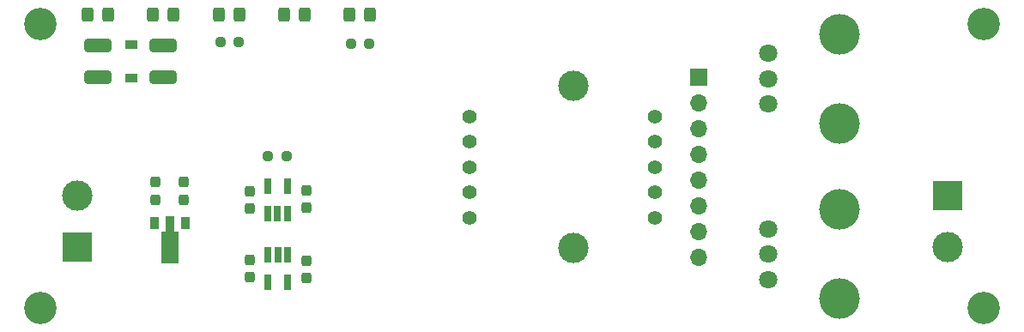
<source format=gts>
G04 #@! TF.GenerationSoftware,KiCad,Pcbnew,(6.0.10)*
G04 #@! TF.CreationDate,2022-12-26T18:22:21+01:00*
G04 #@! TF.ProjectId,HeaterPSU,48656174-6572-4505-9355-2e6b69636164,rev?*
G04 #@! TF.SameCoordinates,Original*
G04 #@! TF.FileFunction,Soldermask,Top*
G04 #@! TF.FilePolarity,Negative*
%FSLAX46Y46*%
G04 Gerber Fmt 4.6, Leading zero omitted, Abs format (unit mm)*
G04 Created by KiCad (PCBNEW (6.0.10)) date 2022-12-26 18:22:21*
%MOMM*%
%LPD*%
G01*
G04 APERTURE LIST*
G04 Aperture macros list*
%AMRoundRect*
0 Rectangle with rounded corners*
0 $1 Rounding radius*
0 $2 $3 $4 $5 $6 $7 $8 $9 X,Y pos of 4 corners*
0 Add a 4 corners polygon primitive as box body*
4,1,4,$2,$3,$4,$5,$6,$7,$8,$9,$2,$3,0*
0 Add four circle primitives for the rounded corners*
1,1,$1+$1,$2,$3*
1,1,$1+$1,$4,$5*
1,1,$1+$1,$6,$7*
1,1,$1+$1,$8,$9*
0 Add four rect primitives between the rounded corners*
20,1,$1+$1,$2,$3,$4,$5,0*
20,1,$1+$1,$4,$5,$6,$7,0*
20,1,$1+$1,$6,$7,$8,$9,0*
20,1,$1+$1,$8,$9,$2,$3,0*%
%AMFreePoly0*
4,1,9,3.862500,-0.866500,0.737500,-0.866500,0.737500,-0.450000,-0.737500,-0.450000,-0.737500,0.450000,0.737500,0.450000,0.737500,0.866500,3.862500,0.866500,3.862500,-0.866500,3.862500,-0.866500,$1*%
G04 Aperture macros list end*
%ADD10RoundRect,0.237500X-0.250000X-0.237500X0.250000X-0.237500X0.250000X0.237500X-0.250000X0.237500X0*%
%ADD11RoundRect,0.250000X0.325000X0.450000X-0.325000X0.450000X-0.325000X-0.450000X0.325000X-0.450000X0*%
%ADD12RoundRect,0.237500X0.237500X-0.300000X0.237500X0.300000X-0.237500X0.300000X-0.237500X-0.300000X0*%
%ADD13RoundRect,0.237500X-0.237500X0.300000X-0.237500X-0.300000X0.237500X-0.300000X0.237500X0.300000X0*%
%ADD14RoundRect,0.237500X0.250000X0.237500X-0.250000X0.237500X-0.250000X-0.237500X0.250000X-0.237500X0*%
%ADD15C,3.200000*%
%ADD16C,4.000000*%
%ADD17C,1.800000*%
%ADD18R,1.700000X1.700000*%
%ADD19O,1.700000X1.700000*%
%ADD20RoundRect,0.250000X-1.075000X0.400000X-1.075000X-0.400000X1.075000X-0.400000X1.075000X0.400000X0*%
%ADD21R,0.650000X1.560000*%
%ADD22C,1.400000*%
%ADD23C,3.000000*%
%ADD24R,0.900000X1.300000*%
%ADD25FreePoly0,270.000000*%
%ADD26R,1.200000X0.900000*%
%ADD27R,3.000000X3.000000*%
%ADD28RoundRect,0.250000X1.075000X-0.400000X1.075000X0.400000X-1.075000X0.400000X-1.075000X-0.400000X0*%
G04 APERTURE END LIST*
D10*
X76237500Y-50300000D03*
X78062500Y-50300000D03*
X89087500Y-50400000D03*
X90912500Y-50400000D03*
D11*
X91025000Y-47560000D03*
X88975000Y-47560000D03*
X78142500Y-47560000D03*
X76092500Y-47560000D03*
D12*
X84750000Y-73562500D03*
X84750000Y-71837500D03*
D13*
X72650000Y-64087500D03*
X72650000Y-65812500D03*
X69850000Y-64087500D03*
X69850000Y-65812500D03*
D14*
X82775000Y-61525000D03*
X80950000Y-61525000D03*
D12*
X84750000Y-66612500D03*
X84750000Y-64887500D03*
X79112500Y-66687500D03*
X79112500Y-64962500D03*
D13*
X79100000Y-71737500D03*
X79100000Y-73462500D03*
D15*
X151500000Y-48500000D03*
X58500000Y-76500000D03*
D16*
X137300000Y-49500000D03*
X137300000Y-58300000D03*
D17*
X130300000Y-56400000D03*
X130300000Y-53900000D03*
X130300000Y-51400000D03*
D16*
X137300000Y-66800000D03*
X137300000Y-75600000D03*
D17*
X130300000Y-73700000D03*
X130300000Y-71200000D03*
X130300000Y-68700000D03*
D18*
X123425000Y-53725000D03*
D19*
X123425000Y-56265000D03*
X123425000Y-58805000D03*
X123425000Y-61345000D03*
X123425000Y-63885000D03*
X123425000Y-66425000D03*
X123425000Y-68965000D03*
X123425000Y-71505000D03*
D15*
X58500000Y-48500000D03*
X151500000Y-76500000D03*
D20*
X64140000Y-50630000D03*
X64140000Y-53730000D03*
D21*
X82850000Y-71250000D03*
X81900000Y-71250000D03*
X80950000Y-71250000D03*
X80950000Y-73950000D03*
X82850000Y-73950000D03*
D22*
X100775000Y-67600000D03*
X100775000Y-65100000D03*
X100775000Y-62600000D03*
X100775000Y-60100000D03*
X100775000Y-57600000D03*
X119075000Y-57600000D03*
X119075000Y-60100000D03*
X119075000Y-62600000D03*
X119075000Y-65100000D03*
X119075000Y-67600000D03*
D23*
X111025000Y-54600000D03*
X111025000Y-70600000D03*
D11*
X84562500Y-47560000D03*
X82512500Y-47560000D03*
D24*
X72750000Y-68100000D03*
D25*
X71250000Y-68187500D03*
D24*
X69750000Y-68100000D03*
D26*
X67410000Y-50530000D03*
X67410000Y-53830000D03*
D21*
X80925000Y-67175000D03*
X81875000Y-67175000D03*
X82825000Y-67175000D03*
X82825000Y-64475000D03*
X80925000Y-64475000D03*
D11*
X71620625Y-47560000D03*
X69570625Y-47560000D03*
D27*
X62150000Y-70500000D03*
D23*
X62150000Y-65420000D03*
D28*
X70610000Y-53730000D03*
X70610000Y-50630000D03*
D11*
X65152500Y-47560000D03*
X63102500Y-47560000D03*
D27*
X148000000Y-65410000D03*
D23*
X148000000Y-70490000D03*
M02*

</source>
